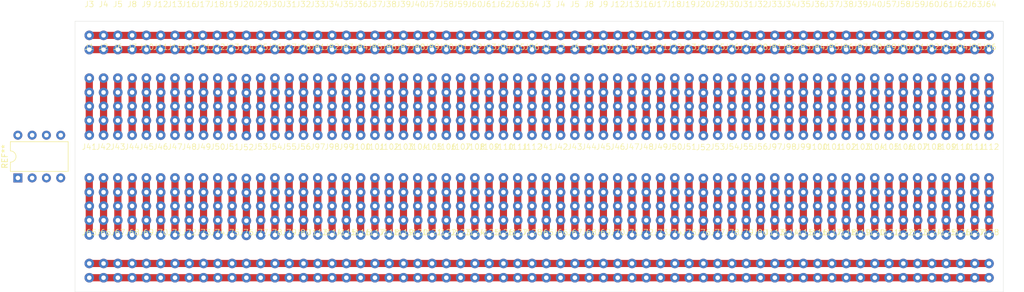
<source format=kicad_pcb>
(kicad_pcb (version 20240108) (generator "pcbnew") (generator_version "8.0")
  (layers (0 "F.Cu" signal) (31 "B.Cu" signal) (34 "B.Paste" user) (35 "F.Paste" user) (36 "B.SilkS" user "B.Silkscreen") (37 "F.SilkS" user "F.Silkscreen") (38 "B.Mask" user) (39 "F.Mask" user) (44 "Edge.Cuts" user))
  (net 0 "")
  (net 1 "Net-(J1-Pin_1)")
  (net 2 "Net-(J2-Pin_1)")
  (net 3 "Net-(J6-Pin_1)")
  (net 4 "Net-(J7-Pin_1)")
  (net 5 "Net-(J10-Pin_1)")
  (net 6 "Net-(J11-Pin_1)")
  (net 7 "Net-(J14-Pin_1)")
  (net 8 "Net-(J15-Pin_1)")
  (net 9 "Net-(J21-Pin_1)")
  (net 10 "Net-(J22-Pin_1)")
  (net 11 "Net-(J23-Pin_1)")
  (net 12 "Net-(J24-Pin_1)")
  (net 13 "Net-(J25-Pin_1)")
  (net 14 "Net-(J26-Pin_1)")
  (net 15 "Net-(J27-Pin_1)")
  (net 16 "Net-(J28-Pin_1)")
  (net 17 "Net-(J41-Pin_1)")
  (net 18 "Net-(J42-Pin_1)")
  (net 19 "Net-(J43-Pin_1)")
  (net 20 "Net-(J44-Pin_1)")
  (net 21 "Net-(J45-Pin_1)")
  (net 22 "Net-(J46-Pin_1)")
  (net 23 "Net-(J47-Pin_1)")
  (net 24 "Net-(J48-Pin_1)")
  (net 25 "Net-(J49-Pin_1)")
  (net 26 "Net-(J50-Pin_1)")
  (net 27 "Net-(J51-Pin_1)")
  (net 28 "Net-(J52-Pin_1)")
  (net 29 "Net-(J53-Pin_1)")
  (net 30 "Net-(J54-Pin_1)")
  (net 31 "Net-(J55-Pin_1)")
  (net 32 "Net-(J56-Pin_1)")
  (net 33 "Net-(J81-Pin_1)")
  (net 34 "Net-(J82-Pin_1)")
  (net 35 "Net-(J83-Pin_1)")
  (net 36 "Net-(J84-Pin_1)")
  (net 37 "Net-(J85-Pin_1)")
  (net 38 "Net-(J86-Pin_1)")
  (net 39 "Net-(J87-Pin_1)")
  (net 40 "Net-(J88-Pin_1)")
  (net 41 "Net-(J89-Pin_1)")
  (net 42 "Net-(J90-Pin_1)")
  (net 43 "Net-(J91-Pin_1)")
  (net 44 "Net-(J92-Pin_1)")
  (net 45 "Net-(J93-Pin_1)")
  (net 46 "Net-(J94-Pin_1)")
  (net 47 "Net-(J95-Pin_1)")
  (net 48 "Net-(J96-Pin_1)")
  (net 49 "Net-(J97-Pin_1)")
  (net 50 "Net-(J98-Pin_1)")
  (net 51 "Net-(J99-Pin_1)")
  (net 52 "Net-(J100-Pin_1)")
  (net 53 "Net-(J101-Pin_1)")
  (net 54 "Net-(J102-Pin_1)")
  (net 55 "Net-(J103-Pin_1)")
  (net 56 "Net-(J104-Pin_1)")
  (net 57 "Net-(J105-Pin_1)")
  (net 58 "Net-(J106-Pin_1)")
  (net 59 "Net-(J107-Pin_1)")
  (net 60 "Net-(J108-Pin_1)")
  (net 61 "Net-(J109-Pin_1)")
  (net 62 "Net-(J110-Pin_1)")
  (net 63 "Net-(J111-Pin_1)")
  (net 64 "Net-(J112-Pin_1)")
  (net 65 "/GND")
  (net 66 "/VCC")
  (footprint "Library:prototype_1x05_P2.54" (layer "F.Cu") (at 60.96 58.42)
    (property "Reference" "J49")
    (property "Value" "Conn_01x05_Pin")
  )
  (footprint "Library:prototype_1x05_P2.54" (layer "F.Cu") (at 119.38 40.64)
    (property "Reference" "J96")
    (property "Value" "Conn_01x05_Pin")
  )
  (footprint "Library:prototype_1x02_P2.54" (layer "F.Cu") (at 170.18 73.66)
    (property "Reference" "J116")
    (property "Value" "Conn_01x02_Pin")
  )
  (footprint "Library:prototype_1x02_P2.54" (layer "F.Cu") (at 127 73.66)
    (property "Reference" "J67")
    (property "Value" "Conn_01x02_Pin")
  )
  (footprint "Library:prototype_1x05_P2.54" (layer "F.Cu") (at 50.8 58.42)
    (property "Reference" "J45")
    (property "Value" "Conn_01x05_Pin")
  )
  (footprint "Library:prototype_1x05_P2.54" (layer "F.Cu") (at 175.26 58.42)
    (property "Reference" "J102")
    (property "Value" "Conn_01x05_Pin")
  )
  (footprint "Library:prototype_1x02_P2.54" (layer "F.Cu") (at 154.94 73.66)
    (property "Reference" "J78")
    (property "Value" "Conn_01x02_Pin")
  )
  (footprint "Library:prototype_1x05_P2.54" (layer "F.Cu") (at 137.16 40.64)
    (property "Reference" "J14")
    (property "Value" "Conn_01x05_Pin")
  )
  (footprint "Library:prototype_1x02_P2.54" (layer "F.Cu") (at 93.98 73.66)
    (property "Reference" "J118")
    (property "Value" "Conn_01x02_Pin")
  )
  (footprint "Library:prototype_1x05_P2.54" (layer "F.Cu") (at 167.64 40.64)
    (property "Reference" "J83")
    (property "Value" "Conn_01x05_Pin")
  )
  (footprint "Library:prototype_1x02_P2.54" (layer "F.Cu") (at 129.54 73.66)
    (property "Reference" "J68")
    (property "Value" "Conn_01x02_Pin")
  )
  (footprint "Library:prototype_1x05_P2.54" (layer "F.Cu") (at 180.34 58.42)
    (property "Reference" "J104")
    (property "Value" "Conn_01x05_Pin")
  )
  (footprint "Library:prototype_1x05_P2.54" (layer "F.Cu") (at 160.02 40.64)
    (property "Reference" "J28")
    (property "Value" "Conn_01x05_Pin")
  )
  (footprint "Library:prototype_1x05_P2.54" (layer "F.Cu") (at 101.6 58.42)
    (property "Reference" "J105")
    (property "Value" "Conn_01x05_Pin")
  )
  (footprint "Library:prototype_1x05_P2.54" (layer "F.Cu") (at 185.42 40.64)
    (property "Reference" "J90")
    (property "Value" "Conn_01x05_Pin")
  )
  (footprint "Library:prototype_1x02_P2.54" (layer "F.Cu") (at 55.88 73.66)
    (property "Reference" "J71")
    (property "Value" "Conn_01x02_Pin")
  )
  (footprint "Library:prototype_1x05_P2.54" (layer "F.Cu") (at 81.28 40.64)
    (property "Reference" "J81")
    (property "Value" "Conn_01x05_Pin")
  )
  (footprint "Library:prototype_1x02_P2.54" (layer "F.Cu") (at 114.3 33.02)
    (property "Reference" "J62")
    (property "Value" "Conn_01x02_Pin")
  )
  (footprint "Library:prototype_1x02_P2.54" (layer "F.Cu") (at 88.9 33.02)
    (property "Reference" "J36")
    (property "Value" "Conn_01x02_Pin")
  )
  (footprint "Library:prototype_1x02_P2.54" (layer "F.Cu") (at 165.1 73.66)
    (property "Reference" "J114")
    (property "Value" "Conn_01x02_Pin")
  )
  (footprint "Library:prototype_1x02_P2.54" (layer "F.Cu") (at 53.34 73.66)
    (property "Reference" "J70")
    (property "Value" "Conn_01x02_Pin")
  )
  (footprint "Library:prototype_1x02_P2.54" (layer "F.Cu") (at 91.44 73.66)
    (property "Reference" "J117")
    (property "Value" "Conn_01x02_Pin")
  )
  (footprint "Library:prototype_1x02_P2.54" (layer "F.Cu") (at 86.36 73.66)
    (property "Reference" "J115")
    (property "Value" "Conn_01x02_Pin")
  )
  (footprint "Library:prototype_1x05_P2.54" (layer "F.Cu") (at 134.62 58.42)
    (property "Reference" "J46")
    (property "Value" "Conn_01x05_Pin")
  )
  (footprint "Library:prototype_1x05_P2.54" (layer "F.Cu") (at 182.88 58.42)
    (property "Reference" "J105")
    (property "Value" "Conn_01x05_Pin")
  )
  (footprint "Library:prototype_1x02_P2.54" (layer "F.Cu") (at 43.18 73.66)
    (property "Reference" "J66")
    (property "Value" "Conn_01x02_Pin")
  )
  (footprint "Library:prototype_1x05_P2.54" (layer "F.Cu") (at 149.86 40.72)
    (property "Reference" "J24")
    (property "Value" "Conn_01x05_Pin")
  )
  (footprint "Library:prototype_1x02_P2.54" (layer "F.Cu") (at 182.88 73.66)
    (property "Reference" "J121")
    (property "Value" "Conn_01x02_Pin")
  )
  (footprint "Library:prototype_1x05_P2.54" (layer "F.Cu") (at 68.58 40.72)
    (property "Reference" "J24")
    (property "Value" "Conn_01x05_Pin")
  )
  (footprint "Library:prototype_1x05_P2.54" (layer "F.Cu") (at 180.34 40.64)
    (property "Reference" "J88")
    (property "Value" "Conn_01x05_Pin")
  )
  (footprint "Library:prototype_1x05_P2.54" (layer "F.Cu") (at 121.92 58.42)
    (property "Reference" "J41")
    (property "Value" "Conn_01x05_Pin")
  )
  (footprint "Library:prototype_1x02_P2.54" (layer "F.Cu") (at 180.34 73.66)
    (property "Reference" "J120")
    (property "Value" "Conn_01x02_Pin")
  )
  (footprint "Library:prototype_1x02_P2.54" (layer "F.Cu") (at 152.4 33.02)
    (property "Reference" "J29")
    (property "Value" "Conn_01x02_Pin")
  )
  (footprint "Library:prototype_1x05_P2.54" (layer "F.Cu") (at 147.32 40.64)
    (property "Reference" "J23")
    (property "Value" "Conn_01x05_Pin")
  )
  (footprint "Library:prototype_1x02_P2.54" (layer "F.Cu") (at 124.46 33.02)
    (property "Reference" "J4")
    (property "Value" "Conn_01x02_Pin")
  )
  (footprint "Library:prototype_1x02_P2.54" (layer "F.Cu") (at 101.6 73.66)
    (property "Reference" "J121")
    (property "Value" "Conn_01x02_Pin")
  )
  (footprint "Library:prototype_1x02_P2.54" (layer "F.Cu") (at 119.38 33.02)
    (property "Reference" "J64")
    (property "Value" "Conn_01x02_Pin")
  )
  (footprint "Library:prototype_1x05_P2.54" (layer "F.Cu") (at 185.42 58.42)
    (property "Reference" "J106")
    (property "Value" "Conn_01x05_Pin")
  )
  (footprint "Library:prototype_1x05_P2.54" (layer "F.Cu") (at 73.66 40.64)
    (property "Reference" "J26")
    (property "Value" "Conn_01x05_Pin")
  )
  (footprint "Library:prototype_1x05_P2.54" (layer "F.Cu") (at 187.96 40.64)
    (property "Reference" "J91")
    (property "Value" "Conn_01x05_Pin")
  )
  (footprint "Library:prototype_1x02_P2.54" (layer "F.Cu") (at 121.92 73.66)
    (property "Reference" "J65")
    (property "Value" "Conn_01x02_Pin")
  )
  (footprint "Library:prototype_1x05_P2.54" (layer "F.Cu") (at 175.26 40.64)
    (property "Reference" "J86")
    (property "Value" "Conn_01x05_Pin")
  )
  (footprint "Library:prototype_1x02_P2.54" (layer "F.Cu") (at 172.72 73.66)
    (property "Reference" "J117")
    (property "Value" "Conn_01x02_Pin")
  )
  (footprint "Library:prototype_1x05_P2.54" (layer "F.Cu") (at 88.9 40.64)
    (property "Reference" "J84")
    (property "Value" "Conn_01x05_Pin")
  )
  (footprint "Library:prototype_1x02_P2.54" (layer "F.Cu") (at 45.72 33.02)
    (property "Reference" "J5")
    (property "Value" "Conn_01x02_Pin")
  )
  (footprint "Library:prototype_1x02_P2.54" (layer "F.Cu") (at 154.94 33.02)
    (property "Reference" "J30")
    (property "Value" "Conn_01x02_Pin")
  )
  (footprint "Library:prototype_1x02_P2.54" (layer "F.Cu") (at 137.16 33.02)
    (property "Reference" "J13")
    (property "Value" "Conn_01x02_Pin")
  )
  (footprint "Library:prototype_1x02_P2.54" (layer "F.Cu") (at 73.66 73.66)
    (property "Reference" "J78")
    (property "Value" "Conn_01x02_Pin")
  )
  (footprint "Library:prototype_1x05_P2.54" (layer "F.Cu") (at 177.8 58.42)
    (property "Reference" "J103")
    (property "Value" "Conn_01x05_Pin")
  )
  (footprint "Library:prototype_1x02_P2.54" (layer "F.Cu") (at 104.14 73.66)
    (property "Reference" "J122")
    (property "Value" "Conn_01x02_Pin")
  )
  (footprint "Library:prototype_1x05_P2.54" (layer "F.Cu") (at 167.64 58.42)
    (property "Reference" "J99")
    (property "Value" "Conn_01x05_Pin")
  )
  (footprint "Library:prototype_1x05_P2.54" (layer "F.Cu") (at 172.72 40.64)
    (property "Reference" "J85")
    (property "Value" "Conn_01x05_Pin")
  )
  (footprint "Library:prototype_1x05_P2.54" (layer "F.Cu") (at 198.12 40.64)
    (property "Reference" "J95")
    (property "Value" "Conn_01x05_Pin")
  )
  (footprint "Library:prototype_1x05_P2.54" (layer "F.Cu") (at 40.64 58.42)
    (property "Reference" "J41")
    (property "Value" "Conn_01x05_Pin")
  )
  (footprint "Library:prototype_1x02_P2.54" (layer "F.Cu") (at 200.66 73.66)
    (property "Reference" "J128")
    (property "Value" "Conn_01x02_Pin")
  )
  (footprint "Library:prototype_1x02_P2.54" (layer "F.Cu") (at 106.68 33.02)
    (property "Reference" "J59")
    (property "Value" "Conn_01x02_Pin")
  )
  (footprint "Library:prototype_1x05_P2.54" (layer "F.Cu") (at 111.76 40.64)
    (property "Reference" "J93")
    (property "Value" "Conn_01x05_Pin")
  )
  (footprint "Library:prototype_1x05_P2.54" (layer "F.Cu") (at 109.22 58.42)
    (property "Reference" "J108")
    (property "Value" "Conn_01x05_Pin")
  )
  (footprint "Library:prototype_1x02_P2.54" (layer "F.Cu") (at 65.9 33.02)
    (property "Reference" "J19")
    (property "Value" "Conn_01x02_Pin")
  )
  (footprint "Library:prototype_1x02_P2.54" (layer "F.Cu") (at 190.5 33.02)
    (property "Reference" "J60")
    (property "Value" "Conn_01x02_Pin")
  )
  (footprint "Library:prototype_1x05_P2.54" (layer "F.Cu") (at 195.58 58.42)
    (property "Reference" "J110")
    (property "Value" "Conn_01x05_Pin")
  )
  (footprint "Library:prototype_1x02_P2.54" (layer "F.Cu") (at 109.22 33.02)
    (property "Reference" "J60")
    (property "Value" "Conn_01x02_Pin")
  )
  (footprint "Library:prototype_1x02_P2.54" (layer "F.Cu") (at 99.06 73.66)
    (property "Reference" "J120")
    (property "Value" "Conn_01x02_Pin")
  )
  (footprint "Library:prototype_1x05_P2.54" (layer "F.Cu") (at 170.18 58.42)
    (property "Reference" "J100")
    (property "Value" "Conn_01x05_Pin")
  )
  (footprint "Library:prototype_1x05_P2.54" (layer "F.Cu") (at 162.56 58.42)
    (property "Reference" "J97")
    (property "Value" "Conn_01x05_Pin")
  )
  (footprint "Library:prototype_1x05_P2.54" (layer "F.Cu") (at 76.2 40.64)
    (property "Reference" "J27")
    (property "Value" "Conn_01x05_Pin")
  )
  (footprint "Library:prototype_1x05_P2.54" (layer "F.Cu") (at 139.7 40.64)
    (property "Reference" "J15")
    (property "Value" "Conn_01x05_Pin")
  )
  (footprint "Library:prototype_1x02_P2.54" (layer "F.Cu") (at 60.96 73.66)
    (property "Reference" "J73")
    (property "Value" "Conn_01x02_Pin")
  )
  (footprint "Library:prototype_1x02_P2.54" (layer "F.Cu") (at 88.9 73.66)
    (property "Reference" "J116")
    (property "Value" "Conn_01x02_Pin")
  )
  (footprint "Library:prototype_1x02_P2.54" (layer "F.Cu") (at 195.58 73.66)
    (property "Reference" "J126")
    (property "Value" "Conn_01x02_Pin")
  )
  (footprint "Library:prototype_1x02_P2.54" (layer "F.Cu") (at 127 33.02)
    (property "Reference" "J5")
    (property "Value" "Conn_01x02_Pin")
  )
  (footprint "Library:prototype_1x05_P2.54" (layer "F.Cu") (at 96.52 40.64)
    (property "Reference" "J87")
    (property "Value" "Conn_01x05_Pin")
  )
  (footprint "Library:prototype_1x05_P2.54" (layer "F.Cu") (at 195.58 40.64)
    (property "Reference" "J94")
    (property "Value" "Conn_01x05_Pin")
  )
  (footprint "Library:prototype_1x02_P2.54" (layer "F.Cu") (at 58.42 33.02)
    (property "Reference" "J16")
    (property "Value" "Conn_01x02_Pin")
  )
  (footprint "Library:prototype_1x05_P2.54" (layer "F.Cu") (at 200.66 40.64)
    (property "Reference" "J96")
    (property "Value" "Conn_01x05_Pin")
  )
  (footprint "Library:prototype_1x05_P2.54" (layer "F.Cu") (at 63.5 40.64)
    (property "Reference" "J22")
    (property "Value" "Conn_01x05_Pin")
  )
  (footprint "Library:prototype_1x02_P2.54" (layer "F.Cu") (at 121.92 33.02)
    (property "Reference" "J3")
    (property "Value" "Conn_01x02_Pin")
  )
  (footprint "Library:prototype_1x05_P2.54" (layer "F.Cu") (at 144.78 40.64)
    (property "Reference" "J22")
    (property "Value" "Conn_01x05_Pin")
  )
  (footprint "Library:prototype_1x02_P2.54" (layer "F.Cu") (at 167.64 73.66)
    (property "Reference" "J115")
    (property "Value" "Conn_01x02_Pin")
  )
  (footprint "Library:prototype_1x05_P2.54" (layer "F.Cu") (at 88.9 58.42)
    (property "Reference" "J100")
    (property "Value" "Conn_01x05_Pin")
  )
  (footprint "Library:prototype_1x05_P2.54" (layer "F.Cu") (at 152.4 40.64)
    (property "Reference" "J25")
    (property "Value" "Conn_01x05_Pin")
  )
  (footprint "Library:prototype_1x05_P2.54" (layer "F.Cu") (at 76.2 58.42)
    (property "Reference" "J55")
    (property "Value" "Conn_01x05_Pin")
  )
  (footprint "Library:prototype_1x05_P2.54" (layer "F.Cu") (at 198.12 58.42)
    (property "Reference" "J111")
    (property "Value" "Conn_01x05_Pin")
  )
  (footprint "Library:prototype_1x02_P2.54" (layer "F.Cu") (at 63.36 33.02)
    (property "Reference" "J18")
    (property "Value" "Conn_01x02_Pin")
  )
  (footprint "Library:prototype_1x05_P2.54" (layer "F.Cu") (at 53.34 58.42)
    (property "Reference" "J46")
    (property "Value" "Conn_01x05_Pin")
  )
  (footprint "Library:prototype_1x05_P2.54" (layer "F.Cu") (at 73.66 58.42)
    (property "Reference" "J54")
    (property "Value" "Conn_01x05_Pin")
  )
  (footprint "Library:prototype_1x02_P2.54" (layer "F.Cu") (at 83.82 73.66)
    (property "Reference" "J114")
    (property "Value" "Conn_01x02_Pin")
  )
  (footprint "Library:prototype_1x02_P2.54" (layer "F.Cu") (at 182.88 33.02)
    (property "Reference" "J57")
    (property "Value" "Conn_01x02_Pin")
  )
  (footprint "Library:prototype_1x05_P2.54" (layer "F.Cu") (at 121.92 40.64)
    (property "Reference" "J1")
    (property "Value" "Conn_01x05_Pin")
  )
  (footprint "Library:prototype_1x02_P2.54" (layer "F.Cu") (at 142.24 73.66)
    (property "Reference" "J73")
    (property "Value" "Conn_01x02_Pin")
  )
  (footprint "Library:prototype_1x05_P2.54" (layer "F.Cu") (at 160.02 58.42)
    (property "Reference" "J56")
    (property "Value" "Conn_01x05_Pin")
  )
  (footprint "Library:prototype_1x05_P2.54" (layer "F.Cu") (at 127 58.42)
    (property "Reference" "J43")
    (property "Value" "Conn_01x05_Pin")
  )
  (footprint "Library:prototype_1x05_P2.54" (layer "F.Cu") (at 106.68 40.64)
    (property "Reference" "J91")
    (property "Value" "Conn_01x05_Pin")
  )
  (footprint "Library:prototype_1x05_P2.54" (layer "F.Cu") (at 139.7 58.42)
    (property "Reference" "J48")
    (property "Value" "Conn_01x05_Pin")
  )
  (footprint "Library:prototype_1x05_P2.54" (layer "F.Cu") (at 124.46 58.42)
    (property "Reference" "J42")
    (property "Value" "Conn_01x05_Pin")
  )
  (footprint "Library:prototype_1x05_P2.54" (layer "F.Cu") (at 93.98 58.42)
    (property "Reference" "J102")
    (property "Value" "Conn_01x05_Pin")
  )
  (footprint "Library:prototype_1x02_P2.54" (layer "F.Cu") (at 48.26 73.66)
    (property "Reference" "J68")
    (property "Value" "Conn_01x02_Pin")
  )
  (footprint "Library:prototype_1x05_P2.54" (layer "F.Cu") (at 43.18 40.64)
    (property "Reference" "J2")
    (property "Value" "Conn_01x05_Pin")
  )
  (footprint "Library:prototype_1x05_P2.54" (layer "F.Cu") (at 111.76 58.42)
    (property "Reference" "J109")
    (property "Value" "Conn_01x05_Pin")
  )
  (footprint "Library:prototype_1x05_P2.54" (layer "F.Cu") (at 53.34 40.64)
    (property "Reference" "J11")
    (property "Value" "Conn_01x05_Pin")
  )
  (footprint "Library:prototype_1x02_P2.54" (layer "F.Cu") (at 132.08 73.66)
    (property "Reference" "J69")
    (property "Value" "Conn_01x02_Pin")
  )
  (footprint "Library:prototype_1x05_P2.54" (layer "F.Cu") (at 104.14 58.42)
    (property "Reference" "J106")
    (property "Value" "Conn_01x05_Pin")
  )
  (footprint "Library:prototype_1x02_P2.54" (layer "F.Cu") (at 175.26 33.02)
    (property "Reference" "J38")
    (property "Value" "Conn_01x02_Pin")
  )
  (footprint "Library:prototype_1x05_P2.54" (layer "F.Cu") (at 83.82 58.42)
    (property "Reference" "J98")
    (property "Value" "Conn_01x05_Pin")
  )
  (footprint "Library:prototype_1x05_P2.54" (layer "F.Cu") (at 124.46 40.64)
    (property "Reference" "J2")
    (property "Value" "Conn_01x05_Pin")
  )
  (footprint "Library:prototype_1x05_P2.54" (layer "F.Cu") (at 68.58 58.5)
    (property "Reference" "J52")
    (property "Value" "Conn_01x05_Pin")
  )
  (footprint "Library:prototype_1x02_P2.54" (layer "F.Cu") (at 157.48 33.02)
    (property "Reference" "J31")
    (property "Value" "Conn_01x02_Pin")
  )
  (footprint "Library:prototype_1x02_P2.54" (layer "F.Cu") (at 167.64 33.02)
    (property "Reference" "J35")
    (property "Value" "Conn_01x02_Pin")
  )
  (footprint "Library:prototype_1x02_P2.54" (layer "F.Cu") (at 180.34 33.02)
    (property "Reference" "J40")
    (property "Value" "Conn_01x02_Pin")
  )
  (footprint "Library:prototype_1x02_P2.54" (layer "F.Cu") (at 73.66 33.02)
    (property "Reference" "J30")
    (property "Value" "Conn_01x02_Pin")
  )
  (footprint "Library:prototype_1x02_P2.54" (layer "F.Cu") (at 76.2 73.66)
    (property "Reference" "J79")
    (property "Value" "Conn_01x02_Pin")
  )
  (footprint "Library:prototype_1x02_P2.54" (layer "F.Cu") (at 96.52 33.02)
    (property "Reference" "J39")
    (property "Value" "Conn_01x02_Pin")
  )
  (footprint "Library:prototype_1x02_P2.54" (layer "F.Cu") (at 99.06 33.02)
    (property "Reference" "J40")
    (property "Value" "Conn_01x02_Pin")
  )
  (footprint "Library:prototype_1x02_P2.54" (layer "F.Cu") (at 68.58 73.66)
    (property "Reference" "J76")
    (property "Value" "Conn_01x02_Pin")
  )
  (footprint "Library:prototype_1x05_P2.54" (layer "F.Cu") (at 165.1 40.64)
    (property "Reference" "J82")
    (property "Value" "Conn_01x05_Pin")
  )
  (footprint "Library:prototype_1x02_P2.54" (layer "F.Cu") (at 144.78 73.66)
    (property "Reference" "J74")
    (property "Value" "Conn_01x02_Pin")
  )
  (footprint "Library:prototype_1x02_P2.54" (layer "F.Cu") (at 111.76 73.66)
    (property "Reference" "J125")
    (property "Value" "Conn_01x02_Pin")
  )
  (footprint "Library:prototype_1x02_P2.54" (layer "F.Cu") (at 55.88 33.02)
    (property "Reference" "J13")
    (property "Value" "Conn_01x02_Pin")
  )
  (footprint "Library:prototype_1x02_P2.54" (layer "F.Cu") (at 177.8 73.66)
    (property "Reference" "J119")
    (property "Value" "Conn_01x02_Pin")
  )
  (footprint "Library:prototype_1x02_P2.54" (layer "F.Cu") (at 170.18 33.02)
    (property "Reference" "J36")
    (property "Value" "Conn_01x02_Pin")
  )
  (footprint "Library:prototype_1x02_P2.54" (layer "F.Cu") (at 147.18 33.02)
    (property "Reference" "J19")
    (property "Value" "Conn_01x02_Pin")
  )
  (footprint "Library:prototype_1x05_P2.54" (layer "F.Cu") (at 193.04 40.64)
    (property "Reference" "J93")
    (property "Value" "Conn_01x05_Pin")
  )
  (footprint "Library:prototype_1x02_P2.54" (layer "F.Cu") (at 104.14 33.02)
    (property "Reference" "J58")
    (property "Value" "Conn_01x02_Pin")
  )
  (footprint "Library:prototype_1x02_P2.54" (layer "F.Cu") (at 78.74 73.66)
    (property "Reference" "J80")
    (property "Value" "Conn_01x02_Pin")
  )
  (footprint "Library:prototype_1x02_P2.54" (layer "F.Cu") (at 96.52 73.66)
    (property "Reference" "J119")
    (property "Value" "Conn_01x02_Pin")
  )
  (footprint "Library:prototype_1x02_P2.54" (layer "F.Cu") (at 172.72 33.02)
    (property "Reference" "J37")
    (property "Value" "Conn_01x02_Pin")
  )
  (footprint "Library:prototype_1x05_P2.54" (layer "F.Cu") (at 116.84 40.64)
    (property "Reference" "J95")
    (property "Value" "Conn_01x05_Pin")
  )
  (footprint "Library:prototype_1x05_P2.54" (layer "F.Cu") (at 154.94 58.42)
    (property "Reference" "J54")
    (property "Value" "Conn_01x05_Pin")
  )
  (footprint "Library:prototype_1x05_P2.54" (layer "F.Cu") (at 101.6 40.64)
    (property "Reference" "J89")
    (property "Value" "Conn_01x05_Pin")
  )
  (footprint "Library:prototype_1x05_P2.54" (layer "F.Cu") (at 43.18 58.42)
    (property "Reference" "J42")
    (property "Value" "Conn_01x05_Pin")
  )
  (footprint "Library:prototype_1x02_P2.54" (layer "F.Cu") (at 58.42 73.66)
    (property "Reference" "J72")
    (property "Value" "Conn_01x02_Pin")
  )
  (footprint "Library:prototype_1x05_P2.54" (layer "F.Cu") (at 99.06 40.64)
    (property "Reference" "J88")
    (property "Value" "Conn_01x05_Pin")
  )
  (footprint "Library:prototype_1x05_P2.54" (layer "F.Cu") (at 147.32 58.42)
    (property "Reference" "J51")
    (property "Value" "Conn_01x05_Pin")
  )
  (footprint "Library:prototype_1x02_P2.54" (layer "F.Cu") (at 60.82 33.02)
    (property "Reference" "J17")
    (property "Value" "Conn_01x02_Pin")
  )
  (footprint "Library:prototype_1x02_P2.54" (layer "F.Cu") (at 63.5 73.66)
    (property "Reference" "J74")
    (property "Value" "Conn_01x02_Pin")
  )
  (footprint "Library:prototype_1x05_P2.54" (layer "F.Cu") (at 91.44 58.42)
    (property "Reference" "J101")
    (property "Value" "Conn_01x05_Pin")
  )
  (footprint "Library:prototype_1x02_P2.54" (layer "F.Cu") (at 190.5 73.66)
    (property "Reference" "J124")
    (property "Value" "Conn_01x02_Pin")
  )
  (footprint "Library:prototype_1x05_P2.54" (layer "F.Cu") (at 172.72 58.42)
    (property "Reference" "J101")
    (property "Value" "Conn_01x05_Pin")
  )
  (footprint "Library:prototype_1x02_P2.54" (layer "F.Cu") (at 152.4 73.66)
    (property "Reference" "J77")
    (property "Value" "Conn_01x02_Pin")
  )
  (footprint "Library:prototype_1x02_P2.54" (layer "F.Cu") (at 139.7 73.66)
    (property "Reference" "J72")
    (property "Value" "Conn_01x02_Pin")
  )
  (footprint "Library:prototype_1x05_P2.54" (layer "F.Cu") (at 182.88 40.64)
    (property "Reference" "J89")
    (property "Value" "Conn_01x05_Pin")
  )
  (footprint "Library:prototype_1x02_P2.54" (layer "F.Cu") (at 198.12 73.66)
    (property "Reference" "J127")
    (property "Value" "Conn_01x02_Pin")
  )
  (footprint "Library:prototype_1x02_P2.54" (layer "F.Cu") (at 40.64 73.66)
    (property "Reference" "J65")
    (property "Value" "Conn_01x02_Pin")
  )
  (footprint "Library:prototype_1x05_P2.54" (layer "F.Cu") (at 144.78 58.42)
    (property "Reference" "J50")
    (property "Value" "Conn_01x05_Pin")
  )
  (footprint "Library:prototype_1x05_P2.54" (layer "F.Cu") (at 187.96 58.42)
    (property "Reference" "J107")
    (property "Value" "Conn_01x05_Pin")
  )
  (footprint "Library:prototype_1x02_P2.54" (layer "F.Cu") (at 160.02 33.02)
    (property "Reference" "J32")
    (property "Value" "Conn_01x02_Pin")
  )
  (footprint "Library:prototype_1x02_P2.54" (layer "F.Cu") (at 165.1 33.02)
    (property "Reference" "J34")
    (property "Value" "Conn_01x02_Pin")
  )
  (footprint "Library:prototype_1x05_P2.54" (layer "F.Cu") (at 129.54 58.42)
    (property "Reference" "J44")
    (property "Value" "Conn_01x05_Pin")
  )
  (footprint "Library:prototype_1x02_P2.54" (layer "F.Cu") (at 91.44 33.02)
    (property "Reference" "J37")
    (property "Value" "Conn_01x02_Pin")
  )
  (footprint "Library:prototype_1x02_P2.54" (layer "F.Cu") (at 134.62 73.66)
    (property "Reference" "J70")
    (property "Value" "Conn_01x02_Pin")
  )
  (footprint "Library:prototype_1x05_P2.54" (layer "F.Cu") (at 132.08 40.64)
    (property "Reference" "J10")
    (property "Value" "Conn_01x05_Pin")
  )
  (footprint "Library:prototype_1x05_P2.54" (layer "F.Cu") (at 86.36 58.42)
    (property "Reference" "J99")
    (property "Value" "Conn_01x05_Pin")
  )
  (footprint "Library:prototype_1x02_P2.54" (layer "F.Cu") (at 175.26 73.66)
    (property "Reference" "J118")
    (property "Value" "Conn_01x02_Pin")
  )
  (footprint "Library:prototype_1x05_P2.54" (layer "F.Cu") (at 66.04 40.64)
    (property "Reference" "J23")
    (property "Value" "Conn_01x05_Pin")
  )
  (footprint "Library:prototype_1x05_P2.54" (layer "F.Cu") (at 200.66 58.42)
    (property "Reference" "J112")
    (property "Value" "Conn_01x05_Pin")
  )
  (footprint "Library:prototype_1x02_P2.54" (layer "F.Cu") (at 76.2 33.02)
    (property "Reference" "J31")
    (property "Value" "Conn_01x02_Pin")
  )
  (footprint "Library:prototype_1x05_P2.54" (layer "F.Cu") (at 58.42 40.64)
    (property "Reference" "J15")
    (property "Value" "Conn_01x05_Pin")
  )
  (footprint "Library:prototype_1x05_P2.54" (layer "F.Cu") (at 132.08 58.42)
    (property "Reference" "J45")
    (property "Value" "Conn_01x05_Pin")
  )
  (footprint "Library:prototype_1x02_P2.54" (layer "F.Cu") (at 71.12 33.02)
    (property "Reference" "J29")
    (property "Value" "Conn_01x02_Pin")
  )
  (footprint "Library:prototype_1x02_P2.54" (layer "F.Cu") (at 106.68 73.66)
    (property "Reference" "J123")
    (property "Value" "Conn_01x02_Pin")
  )
  (footprint "Library:prototype_1x05_P2.54" (layer "F.Cu") (at 162.56 40.64)
    (property "Reference" "J81")
    (property "Value" "Conn_01x05_Pin")
  )
  (footprint "Library:prototype_1x02_P2.54" (layer "F.Cu") (at 109.22 73.66)
    (property "Reference" "J124")
    (property "Value" "Conn_01x02_Pin")
  )
  (footprint "Library:prototype_1x05_P2.54" (layer "F.Cu") (at 63.5 58.42)
    (property "Reference" "J50")
    (property "Value" "Conn_01x05_Pin")
  )
  (footprint "Library:prototype_1x05_P2.54" (layer "F.Cu") (at 190.5 58.42)
    (property "Reference" "J108")
    (property "Value" "Conn_01x05_Pin")
  )
  (footprint "Library:prototype_1x05_P2.54" (layer "F.Cu") (at 50.8 40.64)
    (property "Reference" "J10")
    (property "Value" "Conn_01x05_Pin")
  )
  (footprint "Library:prototype_1x05_P2.54" (layer "F.Cu") (at 71.12 58.42)
    (property "Reference" "J53")
    (property "Value" "Conn_01x05_Pin")
  )
  (footprint "Library:prototype_1x02_P2.54" (layer "F.Cu") (at 66.04 73.66)
    (property "Reference" "J75")
    (property "Value" "Conn_01x02_Pin")
  )
  (footprint "Library:prototype_1x02_P2.54" (layer "F.Cu") (at 198.12 33.02)
    (property "Reference" "J63")
    (property "Value" "Conn_01x02_Pin")
  )
  (footprint "Library:prototype_1x05_P2.54" (layer "F.Cu") (at 78.74 40.64)
    (property "Reference" "J28")
    (property "Value" "Conn_01x05_Pin")
  )
  (footprint "Library:prototype_1x05_P2.54" (layer "F.Cu") (at 86.36 40.64)
    (property "Reference" "J83")
    (property "Value" "Conn_01x05_Pin")
  )
  (footprint "Library:prototype_1x02_P2.54" (layer "F.Cu") (at 81.28 33.02)
    (property "Reference" "J33")
    (property "Value" "Conn_01x02_Pin")
  )
  (footprint "Library:prototype_1x05_P2.54" (layer "F.Cu") (at 55.88 40.64)
    (property "Reference" "J14")
    (property "Value" "Conn_01x05_Pin")
  )
  (footprint "Library:prototype_1x02_P2.54" (layer "F.Cu") (at 116.84 33.02)
    (property "Reference" "J63")
    (property "Value" "Conn_01x02_Pin")
  )
  (footprint "Library:prototype_1x05_P2.54" (layer "F.Cu") (at 152.4 58.42)
    (property "Reference" "J53")
    (property "Value" "Conn_01x05_Pin")
  )
  (footprint "Library:prototype_1x05_P2.54" (layer "F.Cu") (at 134.62 40.64)
    (property "Reference" "J11")
    (property "Value" "Conn_01x05_Pin")
  )
  (footprint "Library:prototype_1x02_P2.54" (layer "F.Cu") (at 68.58 33.02)
    (property "Reference" "J20")
    (property "Value" "Conn_01x02_Pin")
  )
  (footprint "Library:prototype_1x02_P2.54" (layer "F.Cu") (at 86.36 33.02)
    (property "Reference" "J35")
    (property "Value" "Conn_01x02_Pin")
  )
  (footprint "Library:prototype_1x05_P2.54" (layer "F.Cu") (at 157.48 58.42)
    (property "Reference" "J55")
    (property "Value" "Conn_01x05_Pin")
  )
  (footprint "Library:prototype_1x02_P2.54" (layer "F.Cu") (at 78.74 33.02)
    (property "Reference" "J32")
    (property "Value" "Conn_01x02_Pin")
  )
  (footprint "Library:prototype_1x05_P2.54" (layer "F.Cu") (at 142.24 58.42)
    (property "Reference" "J49")
    (property "Value" "Conn_01x05_Pin")
  )
  (footprint "Library:prototype_1x05_P2.54" (layer "F.Cu") (at 55.88 58.42)
    (property "Reference" "J47")
    (property "Value" "Conn_01x05_Pin")
  )
  (footprint "Library:prototype_1x02_P2.54" (layer "F.Cu") (at 71.12 73.66)
    (property "Reference" "J77")
    (property "Value" "Conn_01x02_Pin")
  )
  (footprint "Library:prototype_1x05_P2.54" (layer "F.Cu") (at 142.24 40.64)
    (property "Reference" "J21")
    (property "Value" "Conn_01x05_Pin")
  )
  (footprint "Library:prototype_1x02_P2.54" (layer "F.Cu") (at 116.84 73.66)
    (property "Reference" "J127")
    (property "Value" "Conn_01x02_Pin")
  )
  (footprint "Library:prototype_1x05_P2.54" (layer "F.Cu") (at 48.26 40.64)
    (property "Reference" "J7")
    (property "Value" "Conn_01x05_Pin")
  )
  (footprint "Library:prototype_1x02_P2.54" (layer "F.Cu") (at 177.8 33.02)
    (property "Reference" "J39")
    (property "Value" "Conn_01x02_Pin")
  )
  (footprint "Library:prototype_1x02_P2.54" (layer "F.Cu") (at 124.46 73.66)
    (property "Reference" "J66")
    (property "Value" "Conn_01x02_Pin")
  )
  (footprint "Library:prototype_1x05_P2.54" (layer "F.Cu") (at 91.44 40.64)
    (property "Reference" "J85")
    (property "Value" "Conn_01x05_Pin")
  )
  (footprint "Library:prototype_1x02_P2.54" (layer "F.Cu") (at 114.3 73.66)
    (property "Reference" "J126")
    (property "Value" "Conn_01x02_Pin")
  )
  (footprint "Library:prototype_1x05_P2.54" (layer "F.Cu") (at 48.26 58.42)
    (property "Reference" "J44")
    (property "Value" "Conn_01x05_Pin")
  )
  (footprint "Library:prototype_1x02_P2.54" (layer "F.Cu") (at 185.42 33.02)
    (property "Reference" "J58")
    (property "Value" "Conn_01x02_Pin")
  )
  (footprint "Library:prototype_1x05_P2.54" (layer "F.Cu") (at 119.38 58.42)
    (property "Reference" "J112")
    (property "Value" "Conn_01x05_Pin")
  )
  (footprint "Library:prototype_1x05_P2.54" (layer "F.Cu") (at 114.3 58.42)
    (property "Reference" "J110")
    (property "Value" "Conn_01x05_Pin")
  )
  (footprint "Library:prototype_1x02_P2.54" (layer "F.Cu") (at 195.58 33.02)
    (property "Reference" "J62")
    (property "Value" "Conn_01x02_Pin")
  )
  (footprint "Library:prototype_1x02_P2.54" (layer "F.Cu") (at 157.48 73.66)
    (property "Reference" "J79")
    (property "Value" "Conn_01x02_Pin")
  )
  (footprint "Library:prototype_1x05_P2.54" (layer "F.Cu") (at 190.5 40.64)
    (property "Reference" "J92")
    (property "Value" "Conn_01x05_Pin")
  )
  (footprint "Library:prototype_1x02_P2.54" (layer "F.Cu") (at 134.62 33.02)
    (property "Reference" "J12")
    (property "Value" "Conn_01x02_Pin")
  )
  (footprint "Library:prototype_1x05_P2.54" (layer "F.Cu") (at 170.18 40.64)
    (property "Reference" "J84")
    (property "Value" "Conn_01x05_Pin")
  )
  (footprint "Library:prototype_1x05_P2.54" (layer "F.Cu") (at 137.16 58.42)
    (property "Reference" "J47")
    (property "Value" "Conn_01x05_Pin")
  )
  (footprint "Library:prototype_1x05_P2.54" (layer "F.Cu") (at 71.12 40.64)
    (property "Reference" "J25")
    (property "Value" "Conn_01x05_Pin")
  )
  (footprint "Library:prototype_1x02_P2.54" (layer "F.Cu") (at 162.56 73.66)
    (property "Reference" "J113")
    (property "Value" "Conn_01x02_Pin")
  )
  (footprint "Library:prototype_1x05_P2.54" (layer "F.Cu") (at 154.94 40.64)
    (property "Reference" "J26")
    (property "Value" "Conn_01x05_Pin")
  )
  (footprint "Library:prototype_1x05_P2.54" (layer "F.Cu") (at 45.72 40.64)
    (property "Reference" "J6")
    (property "Value" "Conn_01x05_Pin")
  )
  (footprint "Package_DIP:DIP-8_W7.62mm" (layer "F.Cu") (at 27.94 58.42 90)
    (property "Reference" "REF**")
    (property "Value" "DIP-8_W7.62mm")
  )
  (footprint "Library:prototype_1x05_P2.54" (layer "F.Cu") (at 96.52 58.42)
    (property "Reference" "J103")
    (property "Value" "Conn_01x05_Pin")
  )
  (footprint "Library:prototype_1x05_P2.54" (layer "F.Cu") (at 81.28 58.42)
    (property "Reference" "J97")
    (property "Value" "Conn_01x05_Pin")
  )
  (footprint "Library:prototype_1x02_P2.54" (layer "F.Cu") (at 185.42 73.66)
    (property "Reference" "J122")
    (property "Value" "Conn_01x02_Pin")
  )
  (footprint "Library:prototype_1x02_P2.54" (layer "F.Cu") (at 93.98 33.02)
    (property "Reference" "J38")
    (property "Value" "Conn_01x02_Pin")
  )
  (footprint "Library:prototype_1x02_P2.54" (layer "F.Cu") (at 101.6 33.02)
    (property "Reference" "J57")
    (property "Value" "Conn_01x02_Pin")
  )
  (footprint "Library:prototype_1x02_P2.54" (layer "F.Cu") (at 119.38 73.66)
    (property "Reference" "J128")
    (property "Value" "Conn_01x02_Pin")
  )
  (footprint "Library:prototype_1x02_P2.54" (layer "F.Cu") (at 129.54 33.02)
    (property "Reference" "J8")
    (property "Value" "Conn_01x02_Pin")
  )
  (footprint "Library:prototype_1x02_P2.54" (layer "F.Cu") (at 144.64 33.02)
    (property "Reference" "J18")
    (property "Value" "Conn_01x02_Pin")
  )
  (footprint "Library:prototype_1x05_P2.54" (layer "F.Cu") (at 127 40.64)
    (property "Reference" "J6")
    (property "Value" "Conn_01x05_Pin")
  )
  (footprint "Library:prototype_1x02_P2.54" (layer "F.Cu") (at 187.96 73.66)
    (property "Reference" "J123")
    (property "Value" "Conn_01x02_Pin")
  )
  (footprint "Library:prototype_1x05_P2.54" (layer "F.Cu") (at 114.3 40.64)
    (property "Reference" "J94")
    (property "Value" "Conn_01x05_Pin")
  )
  (footprint "Library:prototype_1x05_P2.54" (layer "F.Cu") (at 157.48 40.64)
    (property "Reference" "J27")
    (property "Value" "Conn_01x05_Pin")
  )
  (footprint "Library:prototype_1x02_P2.54" (layer "F.Cu") (at 81.28 73.66)
    (property "Reference" "J113")
    (property "Value" "Conn_01x02_Pin")
  )
  (footprint "Library:prototype_1x02_P2.54" (layer "F.Cu") (at 160.02 73.66)
    (property "Reference" "J80")
    (property "Value" "Conn_01x02_Pin")
  )
  (footprint "Library:prototype_1x05_P2.54" (layer "F.Cu") (at 104.14 40.64)
    (property "Reference" "J90")
    (property "Value" "Conn_01x05_Pin")
  )
  (footprint "Library:prototype_1x05_P2.54" (layer "F.Cu") (at 177.8 40.64)
    (property "Reference" "J87")
    (property "Value" "Conn_01x05_Pin")
  )
  (footprint "Library:prototype_1x05_P2.54" (layer "F.Cu") (at 60.96 40.64)
    (property "Reference" "J21")
    (property "Value" "Conn_01x05_Pin")
  )
  (footprint "Library:prototype_1x05_P2.54" (layer "F.Cu") (at 45.72 58.42)
    (property "Reference" "J43")
    (property "Value" "Conn_01x05_Pin")
  )
  (footprint "Library:prototype_1x05_P2.54" (layer "F.Cu") (at 83.82 40.64)
    (property "Reference" "J82")
    (property "Value" "Conn_01x05_Pin")
  )
  (footprint "Library:prototype_1x02_P2.54" (layer "F.Cu") (at 111.76 33.02)
    (property "Reference" "J61")
    (property "Value" "Conn_01x02_Pin")
  )
  (footprint "Library:prototype_1x02_P2.54" (layer "F.Cu") (at 53.34 33.02)
    (property "Reference" "J12")
    (property "Value" "Conn_01x02_Pin")
  )
  (footprint "Library:prototype_1x02_P2.54" (layer "F.Cu") (at 50.8 33.02)
    (property "Reference" "J9")
    (property "Value" "Conn_01x02_Pin")
  )
  (footprint "Library:prototype_1x02_P2.54" (layer "F.Cu") (at 132.08 33.02)
    (property "Reference" "J9")
    (property "Value" "Conn_01x02_Pin")
  )
  (footprint "Library:prototype_1x02_P2.54" (layer "F.Cu") (at 137.16 73.66)
    (property "Reference" "J71")
    (property "Value" "Conn_01x02_Pin")
  )
  (footprint "Library:prototype_1x05_P2.54" (layer "F.Cu") (at 116.84 58.42)
    (property "Reference" "J111")
    (property "Value" "Conn_01x05_Pin")
  )
  (footprint "Library:prototype_1x02_P2.54" (layer "F.Cu") (at 187.96 33.02)
    (property "Reference" "J59")
    (property "Value" "Conn_01x02_Pin")
  )
  (footprint "Library:prototype_1x05_P2.54" (layer "F.Cu") (at 106.68 58.42)
    (property "Reference" "J107")
    (property "Value" "Conn_01x05_Pin")
  )
  (footprint "Library:prototype_1x02_P2.54" (layer "F.Cu") (at 200.66 33.02)
    (property "Reference" "J64")
    (property "Value" "Conn_01x02_Pin")
  )
  (footprint "Library:prototype_1x05_P2.54" (layer "F.Cu") (at 93.98 40.64)
    (property "Reference" "J86")
    (property "Value" "Conn_01x05_Pin")
  )
  (footprint "Library:prototype_1x02_P2.54" (layer "F.Cu") (at 45.72 73.66)
    (property "Reference" "J67")
    (property "Value" "Conn_01x02_Pin")
  )
  (footprint "Library:prototype_1x02_P2.54" (layer "F.Cu") (at 193.04 73.66)
    (property "Reference" "J125")
    (property "Value" "Conn_01x02_Pin")
  )
  (footprint "Library:prototype_1x02_P2.54" (layer "F.Cu") (at 142.1 33.02)
    (property "Reference" "J17")
    (property "Value" "Conn_01x02_Pin")
  )
  (footprint "Library:prototype_1x05_P2.54" (layer "F.Cu") (at 66.04 58.42)
    (property "Reference" "J51")
    (property "Value" "Conn_01x05_Pin")
  )
  (footprint "Library:prototype_1x05_P2.54" (layer "F.Cu") (at 165.1 58.42)
    (property "Reference" "J98")
    (property "Value" "Conn_01x05_Pin")
  )
  (footprint "Library:prototype_1x05_P2.54" (layer "F.Cu") (at 99.06 58.42)
    (property "Reference" "J104")
    (property "Value" "Conn_01x05_Pin")
  )
  (footprint "Library:prototype_1x02_P2.54" (layer "F.Cu") (at 139.7 33.02)
    (property "Reference" "J16")
    (property "Value" "Conn_01x02_Pin")
  )
  (footprint "Library:prototype_1x02_P2.54" (layer "F.Cu") (at 162.56 33.02)
    (property "Reference" "J33")
    (property "Value" "Conn_01x02_Pin")
  )
  (footprint "Library:prototype_1x02_P2.54" (layer "F.Cu") (at 40.64 33.02)
    (property "Reference" "J3")
    (property "Value" "Conn_01x02_Pin")
  )
  (footprint "Library:prototype_1x05_P2.54" (layer "F.Cu") (at 129.54 40.64)
    (property "Reference" "J7")
    (property "Value" "Conn_01x05_Pin")
  )
  (footprint "Library:prototype_1x05_P2.54" (layer "F.Cu") (at 149.86 58.5)
    (property "Reference" "J52")
    (property "Value" "Conn_01x05_Pin")
  )
  (footprint "Library:prototype_1x02_P2.54" (layer "F.Cu") (at 50.8 73.66)
    (property "Reference" "J69")
    (property "Value" "Conn_01x02_Pin")
  )
  (footprint "Library:prototype_1x02_P2.54" (layer "F.Cu") (at 149.86 73.66)
    (property "Reference" "J76")
    (property "Value" "Conn_01x02_Pin")
  )
  (footprint "Library:prototype_1x02_P2.54" (layer "F.Cu") (at 83.82 33.02)
    (property "Reference" "J34")
    (property "Value" "Conn_01x02_Pin")
  )
  (footprint "Library:prototype_1x02_P2.54" (layer "F.Cu") (at 147.32 73.66)
    (property "Reference" "J75")
    (property "Value" "Conn_01x02_Pin")
  )
  (footprint "Library:prototype_1x05_P2.54" (layer "F.Cu") (at 40.64 40.64)
    (property "Reference" "J1")
    (property "Value" "Conn_01x05_Pin")
  )
  (footprint "Library:prototype_1x02_P2.54" (layer "F.Cu") (at 149.86 33.02)
    (property "Reference" "J20")
    (property "Value" "Conn_01x02_Pin")
  )
  (footprint "Library:prototype_1x05_P2.54" (layer "F.Cu") (at 109.22 40.64)
    (property "Reference" "J92")
    (property "Value" "Conn_01x05_Pin")
  )
  (footprint "Library:prototype_1x05_P2.54" (layer "F.Cu") (at 193.04 58.42)
    (property "Reference" "J109")
    (property "Value" "Conn_01x05_Pin")
  )
  (footprint "Library:prototype_1x05_P2.54" (layer "F.Cu") (at 58.42 58.42)
    (property "Reference" "J48")
    (property "Value" "Conn_01x05_Pin")
  )
  (footprint "Library:prototype_1x05_P2.54" (layer "F.Cu") (at 78.74 58.42)
    (property "Reference" "J56")
    (property "Value" "Conn_01x05_Pin")
  )
  (footprint "Library:prototype_1x02_P2.54" (layer "F.Cu") (at 48.26 33.02)
    (property "Reference" "J8")
    (property "Value" "Conn_01x02_Pin")
  )
  (footprint "Library:prototype_1x02_P2.54" (layer "F.Cu") (at 193.04 33.02)
    (property "Reference" "J61")
    (property "Value" "Conn_01x02_Pin")
  )
  (footprint "Library:prototype_1x02_P2.54" (layer "F.Cu") (at 43.18 33.02)
    (property "Reference" "J4")
    (property "Value" "Conn_01x02_Pin")
  )
  (gr_rect (start 38.1 30.48) (end 203.2 78.74) (stroke (width 0.05)) (fill none) (layer "Edge.Cuts"))
  (segment (start 40.64 40.64) (end 40.64 50.8) (width 1.27) (layer "F.Cu") (net 1))
  (segment (start 121.92 40.64) (end 121.92 50.8) (width 1.27) (layer "F.Cu") (net 1))
  (segment (start 124.46 50.8) (end 124.46 40.64) (width 1.27) (layer "F.Cu") (net 2))
  (segment (start 43.18 50.8) (end 43.18 40.64) (width 1.27) (layer "F.Cu") (net 2))
  (segment (start 45.72 50.8) (end 45.72 40.64) (width 1.27) (layer "F.Cu") (net 3))
  (segment (start 127 50.8) (end 127 40.64) (width 1.27) (layer "F.Cu") (net 3))
  (segment (start 48.26 50.8) (end 48.26 40.64) (width 1.27) (layer "F.Cu") (net 4))
  (segment (start 129.54 50.8) (end 129.54 40.64) (width 1.27) (layer "F.Cu") (net 4))
  (segment (start 132.08 50.8) (end 132.08 40.64) (width 1.27) (layer "F.Cu") (net 5))
  (segment (start 50.8 50.8) (end 50.8 40.64) (width 1.27) (layer "F.Cu") (net 5))
  (segment (start 53.34 50.8) (end 53.34 40.64) (width 1.27) (layer "F.Cu") (net 6))
  (segment (start 134.62 50.8) (end 134.62 40.64) (width 1.27) (layer "F.Cu") (net 6))
  (segment (start 55.88 50.8) (end 55.88 40.64) (width 1.27) (layer "F.Cu") (net 7))
  (segment (start 137.16 50.8) (end 137.16 40.64) (width 1.27) (layer "F.Cu") (net 7))
  (segment (start 139.7 50.8) (end 139.7 40.64) (width 1.27) (layer "F.Cu") (net 8))
  (segment (start 58.42 50.8) (end 58.42 40.64) (width 1.27) (layer "F.Cu") (net 8))
  (segment (start 142.24 50.8) (end 142.24 40.64) (width 1.27) (layer "F.Cu") (net 9))
  (segment (start 60.96 50.8) (end 60.96 40.64) (width 1.27) (layer "F.Cu") (net 9))
  (segment (start 144.78 50.8) (end 144.78 40.64) (width 1.27) (layer "F.Cu") (net 10))
  (segment (start 63.5 50.8) (end 63.5 40.64) (width 1.27) (layer "F.Cu") (net 10))
  (segment (start 147.32 50.8) (end 147.32 40.64) (width 1.27) (layer "F.Cu") (net 11))
  (segment (start 66.04 50.8) (end 66.04 40.64) (width 1.27) (layer "F.Cu") (net 11))
  (segment (start 149.86 50.88) (end 149.86 40.72) (width 1.27) (layer "F.Cu") (net 12))
  (segment (start 68.58 50.88) (end 68.58 40.72) (width 1.27) (layer "F.Cu") (net 12))
  (segment (start 71.12 50.8) (end 71.12 40.64) (width 1.27) (layer "F.Cu") (net 13))
  (segment (start 152.4 50.8) (end 152.4 40.64) (width 1.27) (layer "F.Cu") (net 13))
  (segment (start 154.94 50.8) (end 154.94 40.64) (width 1.27) (layer "F.Cu") (net 14))
  (segment (start 73.66 50.8) (end 73.66 40.64) (width 1.27) (layer "F.Cu") (net 14))
  (segment (start 157.48 50.8) (end 157.48 40.64) (width 1.27) (layer "F.Cu") (net 15))
  (segment (start 76.2 50.8) (end 76.2 40.64) (width 1.27) (layer "F.Cu") (net 15))
  (segment (start 160.02 50.8) (end 160.02 40.64) (width 1.27) (layer "F.Cu") (net 16))
  (segment (start 78.74 50.8) (end 78.74 40.64) (width 1.27) (layer "F.Cu") (net 16))
  (segment (start 121.92 58.42) (end 121.92 68.58) (width 1.27) (layer "F.Cu") (net 17))
  (segment (start 40.64 58.42) (end 40.64 68.58) (width 1.27) (layer "F.Cu") (net 17))
  (segment (start 124.46 58.42) (end 124.46 68.58) (width 1.27) (layer "F.Cu") (net 18))
  (segment (start 43.18 58.42) (end 43.18 68.58) (width 1.27) (layer "F.Cu") (net 18))
  (segment (start 127 58.42) (end 127 68.58) (width 1.27) (layer "F.Cu") (net 19))
  (segment (start 45.72 58.42) (end 45.72 68.58) (width 1.27) (layer "F.Cu") (net 19))
  (segment (start 129.54 58.42) (end 129.54 68.58) (width 1.27) (layer "F.Cu") (net 20))
  (segment (start 48.26 58.42) (end 48.26 68.58) (width 1.27) (layer "F.Cu") (net 20))
  (segment (start 50.8 58.42) (end 50.8 68.58) (width 1.27) (layer "F.Cu") (net 21))
  (segment (start 132.08 58.42) (end 132.08 68.58) (width 1.27) (layer "F.Cu") (net 21))
  (segment (start 134.62 58.42) (end 134.62 68.58) (width 1.27) (layer "F.Cu") (net 22))
  (segment (start 53.34 58.42) (end 53.34 68.58) (width 1.27) (layer "F.Cu") (net 22))
  (segment (start 55.88 58.42) (end 55.88 68.58) (width 1.27) (layer "F.Cu") (net 23))
  (segment (start 137.16 58.42) (end 137.16 68.58) (width 1.27) (layer "F.Cu") (net 23))
  (segment (start 139.7 58.42) (end 139.7 68.58) (width 1.27) (layer "F.Cu") (net 24))
  (segment (start 58.42 58.42) (end 58.42 68.58) (width 1.27) (layer "F.Cu") (net 24))
  (segment (start 60.96 58.42) (end 60.96 68.58) (width 1.27) (layer "F.Cu") (net 25))
  (segment (start 142.24 58.42) (end 142.24 68.58) (width 1.27) (layer "F.Cu") (net 25))
  (segment (start 144.78 58.42) (end 144.78 68.58) (width 1.27) (layer "F.Cu") (net 26))
  (segment (start 63.5 58.42) (end 63.5 68.58) (width 1.27) (layer "F.Cu") (net 26))
  (segment (start 147.32 58.42) (end 147.32 68.58) (width 1.27) (layer "F.Cu") (net 27))
  (segment (start 66.04 58.42) (end 66.04 68.58) (width 1.27) (layer "F.Cu") (net 27))
  (segment (start 149.86 58.5) (end 149.86 68.66) (width 1.27) (layer "F.Cu") (net 28))
  (segment (start 68.58 58.5) (end 68.58 68.66) (width 1.27) (layer "F.Cu") (net 28))
  (segment (start 152.4 58.42) (end 152.4 68.58) (width 1.27) (layer "F.Cu") (net 29))
  (segment (start 71.12 58.42) (end 71.12 68.58) (width 1.27) (layer "F.Cu") (net 29))
  (segment (start 154.94 58.42) (end 154.94 68.58) (width 1.27) (layer "F.Cu") (net 30))
  (segment (start 73.66 58.42) (end 73.66 68.58) (width 1.27) (layer "F.Cu") (net 30))
  (segment (start 76.2 58.42) (end 76.2 68.58) (width 1.27) (layer "F.Cu") (net 31))
  (segment (start 157.48 58.42) (end 157.48 68.58) (width 1.27) (layer "F.Cu") (net 31))
  (segment (start 78.74 58.42) (end 78.74 68.58) (width 1.27) (layer "F.Cu") (net 32))
  (segment (start 160.02 58.42) (end 160.02 68.58) (width 1.27) (layer "F.Cu") (net 32))
  (segment (start 162.56 50.8) (end 162.56 40.64) (width 1.27) (layer "F.Cu") (net 33))
  (segment (start 81.28 50.8) (end 81.28 40.64) (width 1.27) (layer "F.Cu") (net 33))
  (segment (start 165.1 50.8) (end 165.1 40.64) (width 1.27) (layer "F.Cu") (net 34))
  (segment (start 83.82 50.8) (end 83.82 40.64) (width 1.27) (layer "F.Cu") (net 34))
  (segment (start 167.64 50.8) (end 167.64 40.64) (width 1.27) (layer "F.Cu") (net 35))
  (segment (start 86.36 50.8) (end 86.36 40.64) (width 1.27) (layer "F.Cu") (net 35))
  (segment (start 88.9 50.8) (end 88.9 40.64) (width 1.27) (layer "F.Cu") (net 36))
  (segment (start 170.18 50.8) (end 170.18 40.64) (width 1.27) (layer "F.Cu") (net 36))
  (segment (start 172.72 50.8) (end 172.72 40.64) (width 1.27) (layer "F.Cu") (net 37))
  (segment (start 91.44 50.8) (end 91.44 40.64) (width 1.27) (layer "F.Cu") (net 37))
  (segment (start 93.98 50.8) (end 93.98 40.64) (width 1.27) (layer "F.Cu") (net 38))
  (segment (start 175.26 50.8) (end 175.26 40.64) (width 1.27) (layer "F.Cu") (net 38))
  (segment (start 177.8 50.8) (end 177.8 40.64) (width 1.27) (layer "F.Cu") (net 39))
  (segment (start 96.52 50.8) (end 96.52 40.64) (width 1.27) (layer "F.Cu") (net 39))
  (segment (start 180.34 50.8) (end 180.34 40.64) (width 1.27) (layer "F.Cu") (net 40))
  (segment (start 99.06 50.8) (end 99.06 40.64) (width 1.27) (layer "F.Cu") (net 40))
  (segment (start 101.6 50.8) (end 101.6 40.64) (width 1.27) (layer "F.Cu") (net 41))
  (segment (start 182.88 50.8) (end 182.88 40.64) (width 1.27) (layer "F.Cu") (net 41))
  (segment (start 185.42 50.8) (end 185.42 40.64) (width 1.27) (layer "F.Cu") (net 42))
  (segment (start 104.14 50.8) (end 104.14 40.64) (width 1.27) (layer "F.Cu") (net 42))
  (segment (start 106.68 50.8) (end 106.68 40.64) (width 1.27) (layer "F.Cu") (net 43))
  (segment (start 187.96 50.8) (end 187.96 40.64) (width 1.27) (layer "F.Cu") (net 43))
  (segment (start 190.5 50.8) (end 190.5 40.64) (width 1.27) (layer "F.Cu") (net 44))
  (segment (start 109.22 50.8) (end 109.22 40.64) (width 1.27) (layer "F.Cu") (net 44))
  (segment (start 193.04 50.8) (end 193.04 40.64) (width 1.27) (layer "F.Cu") (net 45))
  (segment (start 111.76 50.8) (end 111.76 40.64) (width 1.27) (layer "F.Cu") (net 45))
  (segment (start 114.3 50.8) (end 114.3 40.64) (width 1.27) (layer "F.Cu") (net 46))
  (segment (start 195.58 50.8) (end 195.58 40.64) (width 1.27) (layer "F.Cu") (net 46))
  (segment (start 116.84 50.8) (end 116.84 40.64) (width 1.27) (layer "F.Cu") (net 47))
  (segment (start 198.12 50.8) (end 198.12 40.64) (width 1.27) (layer "F.Cu") (net 47))
  (segment (start 200.66 50.8) (end 200.66 40.64) (width 1.27) (layer "F.Cu") (net 48))
  (segment (start 119.38 50.8) (end 119.38 40.64) (width 1.27) (layer "F.Cu") (net 48))
  (segment (start 162.56 58.42) (end 162.56 68.58) (width 1.27) (layer "F.Cu") (net 49))
  (segment (start 81.28 58.42) (end 81.28 68.58) (width 1.27) (layer "F.Cu") (net 49))
  (segment (start 83.82 58.42) (end 83.82 68.58) (width 1.27) (layer "F.Cu") (net 50))
  (segment (start 165.1 58.42) (end 165.1 68.58) (width 1.27) (layer "F.Cu") (net 50))
  (segment (start 86.36 58.42) (end 86.36 68.58) (width 1.27) (layer "F.Cu") (net 51))
  (segment (start 167.64 58.42) (end 167.64 68.58) (width 1.27) (layer "F.Cu") (net 51))
  (segment (start 170.18 58.42) (end 170.18 68.58) (width 1.27) (layer "F.Cu") (net 52))
  (segment (start 88.9 58.42) (end 88.9 68.58) (width 1.27) (layer "F.Cu") (net 52))
  (segment (start 172.72 58.42) (end 172.72 68.58) (width 1.27) (layer "F.Cu") (net 53))
  (segment (start 91.44 58.42) (end 91.44 68.58) (width 1.27) (layer "F.Cu") (net 53))
  (segment (start 93.98 58.42) (end 93.98 68.58) (width 1.27) (layer "F.Cu") (net 54))
  (segment (start 175.26 58.42) (end 175.26 68.58) (width 1.27) (layer "F.Cu") (net 54))
  (segment (start 177.8 58.42) (end 177.8 68.58) (width 1.27) (layer "F.Cu") (net 55))
  (segment (start 96.52 58.42) (end 96.52 68.58) (width 1.27) (layer "F.Cu") (net 55))
  (segment (start 180.34 58.42) (end 180.34 68.58) (width 1.27) (layer "F.Cu") (net 56))
  (segment (start 99.06 58.42) (end 99.06 68.58) (width 1.27) (layer "F.Cu") (net 56))
  (segment (start 182.88 58.42) (end 182.88 68.58) (width 1.27) (layer "F.Cu") (net 57))
  (segment (start 101.6 58.42) (end 101.6 68.58) (width 1.27) (layer "F.Cu") (net 57))
  (segment (start 185.42 58.42) (end 185.42 68.58) (width 1.27) (layer "F.Cu") (net 58))
  (segment (start 104.14 58.42) (end 104.14 68.58) (width 1.27) (layer "F.Cu") (net 58))
  (segment (start 187.96 58.42) (end 187.96 68.58) (width 1.27) (layer "F.Cu") (net 59))
  (segment (start 106.68 58.42) (end 106.68 68.58) (width 1.27) (layer "F.Cu") (net 59))
  (segment (start 190.5 58.42) (end 190.5 68.58) (width 1.27) (layer "F.Cu") (net 60))
  (segment (start 109.22 58.42) (end 109.22 68.58) (width 1.27) (layer "F.Cu") (net 60))
  (segment (start 193.04 58.42) (end 193.04 68.58) (width 1.27) (layer "F.Cu") (net 61))
  (segment (start 111.76 58.42) (end 111.76 68.58) (width 1.27) (layer "F.Cu") (net 61))
  (segment (start 195.58 58.42) (end 195.58 68.58) (width 1.27) (layer "F.Cu") (net 62))
  (segment (start 114.3 58.42) (end 114.3 68.58) (width 1.27) (layer "F.Cu") (net 62))
  (segment (start 198.12 58.42) (end 198.12 68.58) (width 1.27) (layer "F.Cu") (net 63))
  (segment (start 116.84 58.42) (end 116.84 68.58) (width 1.27) (layer "F.Cu") (net 63))
  (segment (start 200.66 58.42) (end 200.66 68.58) (width 1.27) (layer "F.Cu") (net 64))
  (segment (start 119.38 58.42) (end 119.38 68.58) (width 1.27) (layer "F.Cu") (net 64))
  (segment (start 40.64 73.66) (end 119.38 73.66) (width 1.27) (layer "F.Cu") (net 65))
  (segment (start 119.38 33.02) (end 121.92 33.02) (width 1.27) (layer "F.Cu") (net 65))
  (segment (start 121.92 73.66) (end 200.66 73.66) (width 1.27) (layer "F.Cu") (net 65))
  (segment (start 121.92 33.02) (end 200.66 33.02) (width 1.27) (layer "F.Cu") (net 65))
  (segment (start 40.64 33.02) (end 119.38 33.02) (width 1.27) (layer "F.Cu") (net 65))
  (segment (start 119.38 73.66) (end 121.92 73.66) (width 1.27) (layer "F.Cu") (net 65))
  (segment (start 40.64 35.56) (end 119.38 35.56) (width 1.27) (layer "F.Cu") (net 66))
  (segment (start 40.64 76.2) (end 119.38 76.2) (width 1.27) (layer "F.Cu") (net 66))
  (segment (start 119.38 76.2) (end 121.92 76.2) (width 1.27) (layer "F.Cu") (net 66))
  (segment (start 119.38 35.56) (end 121.92 35.56) (width 1.27) (layer "F.Cu") (net 66))
  (segment (start 121.92 76.2) (end 200.66 76.2) (width 1.27) (layer "F.Cu") (net 66))
  (segment (start 121.92 35.56) (end 200.66 35.56) (width 1.27) (layer "F.Cu") (net 66))
)
</source>
